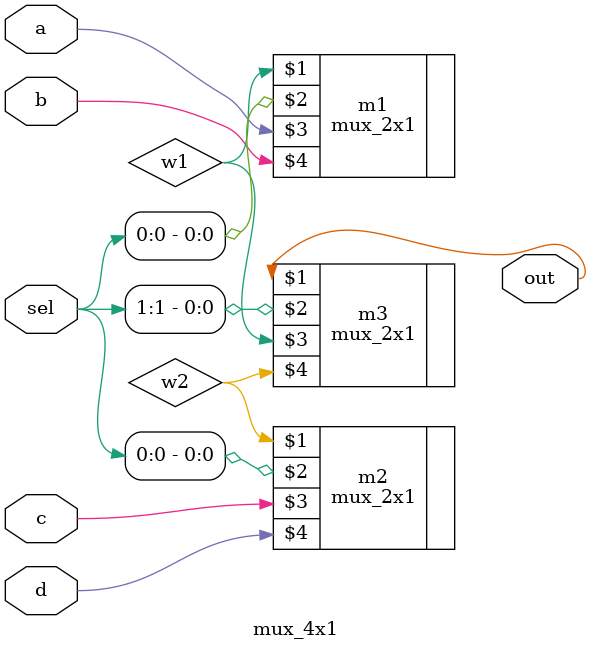
<source format=v>
`timescale 1ns / 1ps

module mux_4x1(
    output out,
    input [1:0] sel,
    input a,
    input b,
    input c,
    input d
    );
    
    wire w1, w2;
    
    mux_2x1 m1(w1,sel[0],a,b);
    mux_2x1 m2(w2,sel[0],c,d);
    
    mux_2x1 m3(out,sel[1],w1,w2);
    
endmodule

</source>
